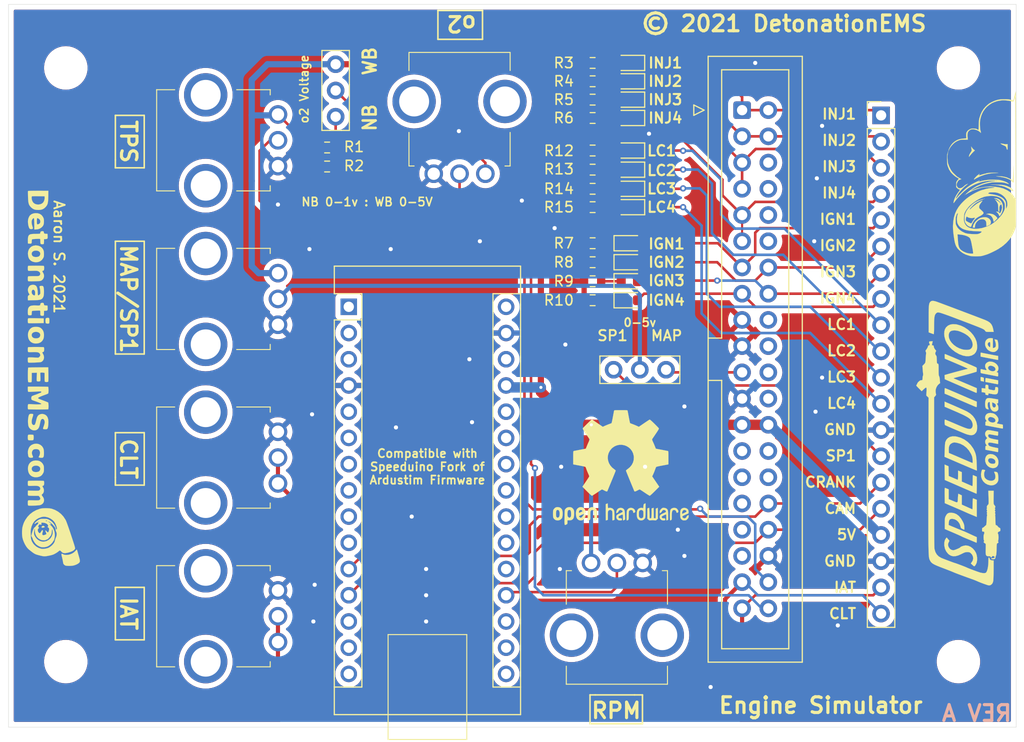
<source format=kicad_pcb>
(kicad_pcb (version 20211014) (generator pcbnew)
  (layers (0 "F.Cu" signal "Front") (31 "B.Cu" signal "Back") (34 "B.Paste" user) (35 "F.Paste" user) (36 "B.SilkS" user "B.Silkscreen") (37 "F.SilkS" user "F.Silkscreen") (38 "B.Mask" user) (39 "F.Mask" user) (44 "Edge.Cuts" user))
  (net 0 "")
  (net 1 "Net-(J1-Pad3)")
  (net 2 "o2-Voltage")
  (net 3 "+5V")
  (net 4 "INJ1")
  (net 5 "IGN2")
  (net 6 "CAM")
  (net 7 "TPS")
  (net 8 "IAT")
  (net 9 "IGN4")
  (net 10 "INJ4")
  (net 11 "INJ3")
  (net 12 "INJ2")
  (net 13 "IGN3")
  (net 14 "CRANK")
  (net 15 "o2")
  (net 16 "CLT")
  (net 17 "MAP")
  (net 18 "IGN1")
  (net 19 "MC-A0")
  (net 20 "SP1")
  (net 21 "GND")
  (net 22 "RV4")
  (net 23 "Net-(LED1-Pad2)")
  (net 24 "Net-(LED2-Pad2)")
  (net 25 "Net-(LED3-Pad2)")
  (net 26 "Net-(LED4-Pad2)")
  (net 27 "Net-(LED5-Pad1)")
  (net 28 "Net-(LED6-Pad1)")
  (net 29 "Net-(LED7-Pad1)")
  (net 30 "Net-(LED8-Pad1)")
  (net 31 "Net-(LED10-Pad2)")
  (net 32 "Net-(LED11-Pad2)")
  (net 33 "Net-(LED12-Pad2)")
  (net 34 "Net-(LED13-Pad2)")
  (net 35 "LC1")
  (net 36 "LC2")
  (net 37 "LC3")
  (net 38 "LC4")
  (net 60 "MC-D0")
  (net 63 "FLEX")
  (net 64 "FAN")
  (net 65 "FP")
  (net 66 "TACH")
  (net 67 "CLUTCH")
  (net 68 "VVT")
  (net 69 "IDLE")
  (net 70 "IDLE2")
  (net 71 "BOOST")
  (net 72 "1B")
  (net 73 "1A")
  (net 74 "2A")
  (net 75 "2B")
  (net 76 "VR1-")
  (net 77 "VR2-")
  (footprint "Resistor_SMD:R_0603_1608Metric" (layer "F.Cu") (at 118.1735 80.3275)
    (fp_text reference "R1")
    (fp_text value "470")
  )
  (footprint "Resistor_SMD:R_0603_1608Metric" (layer "F.Cu") (at 118.1735 82.169 180)
    (fp_text reference "R2")
    (fp_text value "100")
  )
  (footprint "MyLibs:RV09AF4020KB10K" (layer "F.Cu") (at 113.411 128.27 90)
    (fp_text reference "POT1" hide)
    (fp_text value "IAT" hide)
  )
  (footprint "MyLibs:RV09AF4020KB10K" (layer "F.Cu") (at 113.411 112.903 90)
    (fp_text reference "POT2" hide)
    (fp_text value "CLT" hide)
  )
  (footprint "MyLibs:RV09AF4020KB10K" (layer "F.Cu") (at 113.411 82.169 90)
    (fp_text reference "POT3" hide)
    (fp_text value "TPS" hide)
  )
  (footprint "MyLibs:RV09AF4020KB10K" (layer "F.Cu") (at 113.411 97.536 90)
    (fp_text reference "POT4" hide)
    (fp_text value "MAP/SP1" hide)
  )
  (footprint "MyLibs:RV09AF4020KB10K" (layer "F.Cu") (at 128.4605 82.8675)
    (fp_text reference "POT5" hide)
    (fp_text value "o2" hide)
  )
  (footprint "MyLibs:RV09AF4020KB10K" (layer "F.Cu") (at 148.7805 120.566 180)
    (fp_text reference "POT6" hide)
    (fp_text value "RPM" hide)
  )
  (footprint "LED_SMD:LED_0603_1608Metric" (layer "F.Cu") (at 147.447 72.136 180)
    (fp_text reference "LED1" hide)
    (fp_text value "INJ1")
  )
  (footprint "LED_SMD:LED_0603_1608Metric" (layer "F.Cu") (at 147.447 73.914 180)
    (fp_text reference "LED2" hide)
    (fp_text value "INJ2")
  )
  (footprint "LED_SMD:LED_0603_1608Metric" (layer "F.Cu") (at 147.447 75.692 180)
    (fp_text reference "LED3" hide)
    (fp_text value "INJ3")
  )
  (footprint "LED_SMD:LED_0603_1608Metric" (layer "F.Cu") (at 147.447 77.47 180)
    (fp_text reference "LED4" hide)
    (fp_text value "INJ4")
  )
  (footprint "LED_SMD:LED_0603_1608Metric" (layer "F.Cu") (at 147.447 89.5985)
    (fp_text reference "LED5" hide)
    (fp_text value "IGN1")
  )
  (footprint "LED_SMD:LED_0603_1608Metric" (layer "F.Cu") (at 147.447 91.44)
    (fp_text reference "LED6" hide)
    (fp_text value "IGN2")
  )
  (footprint "LED_SMD:LED_0603_1608Metric" (layer "F.Cu") (at 147.447 93.2815)
    (fp_text reference "LED7" hide)
    (fp_text value "IGN3")
  )
  (footprint "LED_SMD:LED_0603_1608Metric" (layer "F.Cu") (at 147.447 95.123)
    (fp_text reference "LED8" hide)
    (fp_text value "IGN4")
  )
  (footprint "LED_SMD:LED_0603_1608Metric" (layer "F.Cu") (at 147.447 80.6196 180)
    (fp_text reference "LED10" hide)
    (fp_text value "IDLE")
  )
  (footprint "LED_SMD:LED_0603_1608Metric" (layer "F.Cu") (at 147.447 82.4738 180)
    (fp_text reference "LED11" hide)
    (fp_text value "IDLE2")
  )
  (footprint "LED_SMD:LED_0603_1608Metric" (layer "F.Cu") (at 147.447 84.328 180)
    (fp_text reference "LED12" hide)
    (fp_text value "VVT")
  )
  (footprint "Resistor_SMD:R_0603_1608Metric" (layer "F.Cu") (at 143.891 72.136)
    (fp_text reference "R3")
    (fp_text value "330")
  )
  (footprint "Resistor_SMD:R_0603_1608Metric" (layer "F.Cu") (at 143.891 73.914)
    (fp_text reference "R4")
    (fp_text value "330")
  )
  (footprint "Resistor_SMD:R_0603_1608Metric" (layer "F.Cu") (at 143.891 75.692)
    (fp_text reference "R5")
    (fp_text value "330")
  )
  (footprint "Resistor_SMD:R_0603_1608Metric" (layer "F.Cu") (at 143.891 77.47)
    (fp_text reference "R6")
    (fp_text value "330")
  )
  (footprint "Resistor_SMD:R_0603_1608Metric" (layer "F.Cu") (at 143.891 89.5985)
    (fp_text reference "R7")
    (fp_text value "330")
  )
  (footprint "Resistor_SMD:R_0603_1608Metric" (layer "F.Cu") (at 143.891 91.44)
    (fp_text reference "R8")
    (fp_text value "330")
  )
  (footprint "Resistor_SMD:R_0603_1608Metric" (layer "F.Cu") (at 143.891 93.2815)
    (fp_text reference "R9")
    (fp_text value "330")
  )
  (footprint "Resistor_SMD:R_0603_1608Metric" (layer "F.Cu") (at 143.891 95.123)
    (fp_text reference "R10")
    (fp_text value "330")
  )
  (footprint "Resistor_SMD:R_0603_1608Metric" (layer "F.Cu") (at 143.891 80.6196)
    (fp_text reference "R12")
    (fp_text value "330")
  )
  (footprint "Resistor_SMD:R_0603_1608Metric" (layer "F.Cu") (at 143.891 82.4738)
    (fp_text reference "R13")
    (fp_text value "330")
  )
  (footprint "Resistor_SMD:R_0603_1608Metric" (layer "F.Cu") (at 143.891 84.328)
    (fp_text reference "R14")
    (fp_text value "330")
  )
  (footprint "Module:Arduino_Nano" (layer "F.Cu") (at 120.269 95.758)
    (fp_text reference "A1" hide)
    (fp_text value "Arduino_Nano_v3.x")
  )
  (footprint "Connector_PinHeader_2.54mm:PinHeader_1x20_P2.54mm_Vertical" (layer "F.Cu") (at 171.831 77.216)
    (fp_text reference "J6" hide)
    (fp_text value "Header")
  )
  (footprint "Connector_Automotive:IDC-Header_2x20_P2.54mm_Vertical_Speeduino" (layer "F.Cu") (at 158.369 76.708)
    (fp_text reference "J2" hide)
    (fp_text value "Conn_02x20_Counter_Clockwise" hide)
  )
  (footprint "Resistor_SMD:R_0603_1608Metric" (layer "F.Cu") (at 143.891 86.106)
    (fp_text reference "R15")
    (fp_text value "330")
  )
  (footprint "LED_SMD:LED_0603_1608Metric" (layer "F.Cu") (at 147.447 86.106 180)
    (fp_text reference "LED13" hide)
    (fp_text value "BOOST")
  )
  (footprint "Detonation:3-PinSwitch" (layer "F.Cu") (at 151.003 101.854 -90)
    (fp_text reference "J8" hide)
    (fp_text value "Conn_01x03")
  )
  (footprint "Detonation:3-PinSwitch" (layer "F.Cu") (at 118.999 72.263)
    (fp_text reference "J1" hide)
    (fp_text value "Conn_01x03")
  )
  (footprint "MountingHole:MountingHole_3.2mm_M3" (layer "F.Cu") (at 92.8624 72.6186 180)
    (fp_text reference "H1" hide)
    (fp_text value "MountingHole")
  )
  (footprint "MountingHole:MountingHole_3.2mm_M3" (layer "F.Cu") (at 179.324 72.6186 180)
    (fp_text reference "H2" hide)
    (fp_text value "MountingHole")
  )
  (footprint "MountingHole:MountingHole_3.2mm_M3" (layer "F.Cu") (at 179.324 130.1242 180)
    (fp_text reference "H4" hide)
    (fp_text value "MountingHole")
  )
  (footprint "MountingHole:MountingHole_3.2mm_M3" (layer "F.Cu") (at 92.8624 130.1242 180)
    (fp_text reference "H3" hide)
    (fp_text value "MountingHole")
  )
  (footprint "Detonation:TireSmoke-22mm" (layer "F.Cu") (at 181.532342 82.804 90)
    (fp_text reference "G1" hide)
    (fp_text value "Logo_Open_Hardware_Small" hide)
  )
  (footprint "Detonation:DetonationEMS" (layer "F.Cu") (at 91.44 102.6795 -90)
    (fp_text reference "G2" hide)
    (fp_text value "Logo_Open_Hardware_Small" hide)
  )
  (footprint "Detonation:SpeeduinoCompatible-30mm" (layer "F.Cu") (at 179.324 108.966 90)
    (fp_text reference "G3" hide)
    (fp_text value "Logo_Open_Hardware_Small" hide)
  )
  (footprint "Symbol:OSHW-Logo2_14.6x12mm_SilkScreen" (layer "F.Cu") (at 146.6215 111.3155)
    (fp_text reference "G4" hide)
    (fp_text value "Logo_Open_Hardware_Small" hide)
  )
  (gr_line (start 133.223 69.85) (end 132.715 69.85) (layer "F.SilkS") (width 0.1524))
  (gr_line (start 100.457 123.444) (end 100.457 127.254) (layer "F.SilkS") (width 0.1524))
  (gr_line (start 100.457 128.016) (end 97.663 128.016) (layer "F.SilkS") (width 0.1524))
  (gr_line (start 97.663 122.936) (end 100.457 122.936) (layer "F.SilkS") (width 0.1524))
  (gr_line (start 97.663 127.254) (end 97.663 122.936) (layer "F.SilkS") (width 0.1524))
  (gr_line (start 100.457 122.936) (end 100.457 123.444) (layer "F.SilkS") (width 0.1524))
  (gr_line (start 97.663 128.016) (end 97.663 127.254) (layer "F.SilkS") (width 0.1524))
  (gr_line (start 100.457 128.016) (end 100.457 127.254) (layer "F.SilkS") (width 0.1524))
  (gr_line (start 100.457 77.724) (end 100.457 81.534) (layer "F.SilkS") (width 0.1524))
  (gr_line (start 100.457 77.216) (end 100.457 77.724) (layer "F.SilkS") (width 0.1524))
  (gr_line (start 97.663 82.296) (end 97.663 81.534) (layer "F.SilkS") (width 0.1524))
  (gr_line (start 100.457 82.296) (end 100.457 81.534) (layer "F.SilkS") (width 0.1524))
  (gr_line (start 100.457 82.296) (end 97.663 82.296) (layer "F.SilkS") (width 0.1524))
  (gr_line (start 97.663 81.534) (end 97.663 77.216) (layer "F.SilkS") (width 0.1524))
  (gr_line (start 97.663 77.216) (end 100.457 77.216) (layer "F.SilkS") (width 0.1524))
  (gr_line (start 144.145 133.35) (end 147.955 133.35) (layer "F.SilkS") (width 0.1524))
  (gr_line (start 143.637 133.35) (end 144.145 133.35) (layer "F.SilkS") (width 0.1524))
  (gr_line (start 148.717 136.144) (end 147.955 136.144) (layer "F.SilkS") (width 0.1524))
  (gr_line (start 148.717 133.35) (end 147.955 133.35) (layer "F.SilkS") (width 0.1524))
  (gr_line (start 100.457 100.33) (end 97.663 100.33) (layer "F.SilkS") (width 0.1524))
  (gr_line (start 147.955 136.144) (end 143.637 136.144) (layer "F.SilkS") (width 0.1524))
  (gr_line (start 143.637 136.144) (end 143.637 133.35) (layer "F.SilkS") (width 0.1524))
  (gr_line (start 97.663 89.408) (end 97.663 100.33) (layer "F.SilkS") (width 0.1524))
  (gr_line (start 100.457 113.03) (end 97.663 113.03) (layer "F.SilkS") (width 0.1524))
  (gr_line (start 97.663 113.03) (end 97.663 112.268) (layer "F.SilkS") (width 0.1524))
  (gr_line (start 132.715 69.85) (end 128.905 69.85) (layer "F.SilkS") (width 0.1524))
  (gr_line (start 100.457 107.95) (end 100.457 108.458) (layer "F.SilkS") (width 0.1524))
  (gr_line (start 97.663 112.268) (end 97.663 107.95) (layer "F.SilkS") (width 0.1524))
  (gr_line (start 148.717 133.35) (end 148.717 136.144) (layer "F.SilkS") (width 0.1524))
  (gr_line (start 100.457 100.33) (end 100.457 89.408) (layer "F.SilkS") (width 0.1524))
  (gr_line (start 97.663 107.95) (end 100.457 107.95) (layer "F.SilkS") (width 0.1524))
  (gr_line (start 128.905 67.056) (end 133.223 67.056) (layer "F.SilkS") (width 0.1524))
  (gr_line (start 100.457 89.408) (end 97.663 89.408) (layer "F.SilkS") (width 0.1524))
  (gr_line (start 133.223 67.056) (end 133.223 69.85) (layer "F.SilkS") (width 0.1524))
  (gr_line (start 100.457 113.03) (end 100.457 112.268) (layer "F.SilkS") (width 0.1524))
  (gr_line (start 100.457 108.458) (end 100.457 112.268) (layer "F.SilkS") (width 0.1524))
  (gr_line (start 128.905 69.85) (end 128.905 67.056) (layer "F.SilkS") (width 0.1524))
  (gr_line (start 184.912 136.47) (end 184.912 66.47) (layer "Edge.Cuts") (width 0.0381))
  (gr_line (start 184.912 66.47) (end 87.3125 66.47) (layer "Edge.Cuts") (width 0.0381))
  (gr_line (start 87.3125 66.47) (end 87.3125 136.47) (layer "Edge.Cuts") (width 0.0381))
  (gr_line (start 87.3125 136.47) (end 184.912 136.47) (layer "Edge.Cuts") (width 0.0381))
  (gr_text "REV A" (at 181.102 135.128) (layer "B.SilkS") (effects (font (size 1.524 1.524) (thickness 0.3048)) (justify mirror)))
  (gr_text "IGN1" (at 167.648096 87.275736) (layer "F.SilkS") (effects (font (size 1 1) (thickness 0.2))))
  (gr_text "INJ4" (at 167.767143 84.729052) (layer "F.SilkS") (effects (font (size 1 1) (thickness 0.2))))
  (gr_text "IGN4" (at 167.648096 94.915788) (layer "F.SilkS") (effects (font (size 1 1) (thickness 0.2))))
  (gr_text "CAM" (at 167.886191 115.28926) (layer "F.SilkS") (effects (font (size 1 1) (thickness 0.2))))
  (gr_text "GND" (at 167.862381 120.382628) (layer "F.SilkS") (effects (font (size 1 1) (thickness 0.2))))
  (gr_text "5V" (at 168.481429 117.835944) (layer "F.SilkS") (effects (font (size 1 1) (thickness 0.2))))
  (gr_text "INJ2" (at 150.931476 73.914) (layer "F.SilkS") (effects (font (size 1 1) (thickness 0.2))))
  (gr_text "INJ4" (at 150.931476 77.47) (layer "F.SilkS") (effects (font (size 1 1) (thickness 0.2))))
  (gr_text "INJ3" (at 150.931476 75.692) (layer "F.SilkS") (effects (font (size 1 1) (thickness 0.2))))
  (gr_text "INJ1" (at 150.931476 72.136) (layer "F.SilkS") (effects (font (size 1 1) (thickness 0.2))))
  (gr_text "IGN3" (at 151.050523 93.218) (layer "F.SilkS") (effects (font (size 1 1) (thickness 0.2))))
  (gr_text "IGN2" (at 151.050523 91.44) (layer "F.SilkS") (effects (font (size 1 1) (thickness 0.2))))
  (gr_text "IGN4" (at 151.050523 95.123) (layer "F.SilkS") (effects (font (size 1 1) (thickness 0.2))))
  (gr_text "IGN1" (at 151.050523 89.662) (layer "F.SilkS") (effects (font (size 1 1) (thickness 0.2))))
  (gr_text "LC4" (at 150.57419 86.106) (layer "F.SilkS") (effects (font (size 1 1) (thickness 0.2))))
  (gr_text "LC1" (at 150.57419 80.645) (layer "F.SilkS") (effects (font (size 1 1) (thickness 0.2))))
  (gr_text "LC2" (at 150.57419 82.55) (layer "F.SilkS") (effects (font (size 1 1) (thickness 0.2))))
  (gr_text "LC3" (at 150.57419 84.328) (layer "F.SilkS") (effects (font (size 1 1) (thickness 0.2))))
  (gr_text "MAP/SP1" (at 98.933 94.996 270) (layer "F.SilkS") (effects (font (size 1.5 1.5) (thickness 0.3))))
  (gr_text "CLT" (at 98.933 110.49 270) (layer "F.SilkS") (effects (font (size 1.5 1.5) (thickness 0.3))))
  (gr_text "RPM" (at 146.177 134.874) (layer "F.SilkS") (effects (font (size 1.5 1.5) (thickness 0.3))))
  (gr_text "CLT" (at 168.100476 125.476) (layer "F.SilkS") (effects (font (size 1 1) (thickness 0.2))))
  (gr_text "IAT" (at 168.338572 122.929312) (layer "F.SilkS") (effects (font (size 1 1) (thickness 0.2))))
  (gr_text "INJ1" (at 167.767143 77.089) (layer "F.SilkS") (effects (font (size 1 1) (thickness 0.2))))
  (gr_text "LC4" (at 168.005238 105.102524) (layer "F.SilkS") (effects (font (size 1 1) (thickness 0.2))))
  (gr_text "INJ2" (at 167.767143 79.635684) (layer "F.SilkS") (effects (font (size 1 1) (thickness 0.2))))
  (gr_text "SP1" (at 167.93381 110.195892) (layer "F.SilkS") (effects (font (size 1 1) (thickness 0.2))))
  (gr_text "IGN3" (at 167.648096 92.369104) (layer "F.SilkS") (effects (font (size 1 1) (thickness 0.2))))
  (gr_text "Aaron S. 2021" (at 92.202 90.932 270) (layer "F.SilkS") (effects (font (size 1 1) (thickness 0.18))))
  (gr_text "CRANK" (at 166.93381 112.742576) (layer "F.SilkS") (effects (font (size 1 1) (thickness 0.2))))
  (gr_text "SP1   MAP" (at 148.463 98.552) (layer "F.SilkS") (effects (font (size 1 1) (thickness 0.18))))
  (gr_text "NB   WB" (at 122.301 74.676 90) (layer "F.SilkS") (effects (font (size 1.25 1.25) (thickness 0.25))))
  (gr_text "TPS" (at 98.933 79.756 270) (layer "F.SilkS") (effects (font (size 1.5 1.5) (thickness 0.3))))
  (gr_text "Engine Simulator" (at 165.989 134.366) (layer "F.SilkS") (effects (font (size 1.524 1.524) (thickness 0.3048))))
  (gr_text "0-5v" (at 148.463 97.282) (layer "F.SilkS") (effects (font (size 0.8 0.8) (thickness 0.16))))
  (gr_text "o2 Voltage" (at 115.951 74.676 90) (layer "F.SilkS") (effects (font (size 0.8128 0.8128) (thickness 0.1524))))
  (gr_text "IGN2" (at 167.648096 89.82242) (layer "F.SilkS") (effects (font (size 1 1) (thickness 0.2))))
  (gr_text "Compatible with\nSpeeduino Fork of\nArdustim Firmware" (at 127.889 111.252) (layer "F.SilkS") (effects (font (size 0.8 0.8) (thickness 0.16))))
  (gr_text "o2" (at 131.191 68.326 180) (layer "F.SilkS") (effects (font (size 1.5 1.5) (thickness 0.3))))
  (gr_text "GND" (at 167.862381 107.649208) (layer "F.SilkS") (effects (font (size 1 1) (thickness 0.2))))
  (gr_text "INJ3" (at 167.767143 82.182368) (layer "F.SilkS") (effects (font (size 1 1) (thickness 0.2))))
  (gr_text "LC3" (at 168.005238 102.55584) (layer "F.SilkS") (effects (font (size 1 1) (thickness 0.2))))
  (gr_text "LC2" (at 168.005238 100.009156) (layer "F.SilkS") (effects (font (size 1 1) (thickness 0.2))))
  (gr_text "IAT" (at 98.933 125.476 270) (layer "F.SilkS") (effects (font (size 1.5 1.5) (thickness 0.3))))
  (gr_text "NB 0-1v : WB 0-5V" (at 122.047 85.598) (layer "F.SilkS") (effects (font (size 0.8128 0.8128) (thickness 0.1524))))
  (gr_text "LC1" (at 168.005238 97.462472) (layer "F.SilkS") (effects (font (size 1 1) (thickness 0.2))))
  (gr_text "© 2021 DetonationEMS" (at 162.433 68.326) (layer "F.SilkS") (effects (font (size 1.524 1.524) (thickness 0.3048))))
  (segment (start 118.9985 80.3275) (end 118.9985 77.3435) (width 0.25) (layer "F.Cu") (net 1))
  (segment (start 118.9985 77.3435) (end 118.999 77.343) (width 0.25) (layer "F.Cu") (net 1))
  (segment (start 118.9985 82.169) (end 118.9985 80.3275) (width 0.25) (layer "F.Cu") (net 1))
  (segment (start 133.5005 82.8675) (end 133.5005 81.8115) (width 0.25) (layer "F.Cu") (net 2))
  (segment (start 132.842 81.153) (end 125.349 81.153) (width 0.25) (layer "F.Cu") (net 2))
  (segment (start 125.349 81.153) (end 118.999 74.803) (width 0.25) (layer "F.Cu") (net 2))
  (segment (start 133.5005 82.8675) (end 133.5005 82.3195) (width 0.25) (layer "F.Cu") (net 2))
  (segment (start 133.5005 81.8115) (end 132.842 81.153) (width 0.25) (layer "F.Cu") (net 2))
  (segment (start 143.764 107.188) (end 142.069002 107.188) (width 1) (layer "F.Cu") (net 3))
  (segment (start 143.066 82.4738) (end 143.066 80.6196) (width 0.4) (layer "F.Cu") (net 3))
  (segment (start 119.126 72.136) (end 118.999 72.263) (width 0.4) (layer "F.Cu") (net 3))
  (segment (start 121.666 72.263) (end 118.999 72.263) (width 0.6) (layer "F.Cu") (net 3))
  (segment (start 143.066 86.106) (end 143.066 84.328) (width 0.4) (layer "F.Cu") (net 3))
  (segment (start 142.069002 107.188) (end 138.87801 103.997008) (width 1) (layer "F.Cu") (net 3))
  (segment (start 118.999 72.7456) (end 118.999 72.263) (width 0.4) (layer "F.Cu") (net 3))
  (segment (start 143.066 84.328) (end 143.066 82.4738) (width 0.4) (layer "F.Cu") (net 3))
  (segment (start 137.922 80.391) (end 125.73 80.391) (width 0.6) (layer "F.Cu") (net 3))
  (segment (start 139.0142 86.106) (end 143.066 86.106) (width 0.4) (layer "F.Cu") (net 3))
  (segment (start 143.066 77.47) (end 143.066 75.692) (width 0.4) (layer "F.Cu") (net 3))
  (segment (start 122.809 73.406) (end 121.666 72.263) (width 0.6) (layer "F.Cu") (net 3))
  (segment (start 143.066 73.914) (end 143.066 72.136) (width 0.4) (layer "F.Cu") (net 3))
  (segment (start 138.87801 81.34701) (end 137.922 80.391) (width 0.6) (layer "F.Cu") (net 3))
  (segment (start 117.3485 80.3275) (end 116.6095 80.3275) (width 0.25) (layer "F.Cu") (net 3))
  (segment (start 138.87801 103.56499) (end 138.87801 86.24219) (width 0.6) (layer "F.Cu") (net 3))
  (segment (start 143.066 75.692) (end 143.066 73.914) (width 0.4) (layer "F.Cu") (net 3))
  (segment (start 158.369 107.188) (end 143.764 107.188) (width 1) (layer "F.Cu") (net 3))
  (segment (start 138.87801 103.997008) (end 138.87801 103.56499) (width 1) (layer "F.Cu") (net 3))
  (segment (start 125.73 80.391) (end 122.809 77.47) (width 0.6) (layer "F.Cu") (net 3))
  (segment (start 138.87801 86.24219) (end 139.0142 86.106) (width 0.4) (layer "F.Cu") (net 3))
  (segment (start 138.87801 86.24219) (end 138.87801 81.34701) (width 0.6) (layer "F.Cu") (net 3))
  (segment (start 122.809 77.47) (end 122.809 73.406) (width 0.6) (layer "F.Cu") (net 3))
  (segment (start 116.6095 80.3275) (end 113.411 77.129) (width 0.25) (layer "F.Cu") (net 3))
  (segment (start 143.066 77.47) (end 143.066 80.6196) (width 0.4) (layer "F.Cu") (net 3))
  (segment (start 118.999 72.263) (end 118.999 72.39) (width 0.6) (layer "F.Cu") (net 3))
  (segment (start 160.909 107.188) (end 158.369 107.188) (width 1) (layer "F.Cu") (net 3))
  (via (at 138.87801 103.56499) (size 0.6) (drill 0.3) (layers "F.Cu" "B.Cu") (net 3))
  (via (at 143.764 107.188) (size 0.6) (drill 0.3) (layers "F.Cu" "B.Cu") (net 3))
  (segment (start 138.87801 103.56499) (end 135.69599 103.56499) (width 1) (layer "B.Cu") (net 3))
  (segment (start 118.999 72.263) (end 112.395 72.263) (width 0.6) (layer "B.Cu") (net 3))
  (segment (start 112.395 72.263) (end 110.871 73.787) (width 0.6) (layer "B.Cu") (net 3))
  (segment (start 110.871 83.566) (end 110.871 91.821) (width 0.6) (layer "B.Cu") (net 3))
  (segment (start 160.909 107.188) (end 161.036 107.188) (width 1) (layer "B.Cu") (net 3))
  (segment (start 111.546 92.496) (end 113.411 92.496) (width 0.6) (layer "B.Cu") (net 3))
  (segment (start 143.7405 120.566) (end 143.7405 107.1645) (width 0.4) (layer "B.Cu") (net 3))
  (segment (start 110.871 77.216) (end 113.324 77.216) (width 0.6) (layer "B.Cu") (net 3))
  (segment (start 113.324 77.216) (end 113.411 77.129) (width 0.25) (layer "B.Cu") (net 3))
  (segment (start 110.871 83.566) (end 110.871 83.82) (width 0.4) (layer "B.Cu") (net 3))
  (segment (start 110.871 91.821) (end 111.546 92.496) (width 0.6) (layer "B.Cu") (net 3))
  (segment (start 135.69599 103.56499) (end 135.509 103.378) (width 0.6) (layer "B.Cu") (net 3))
  (segment (start 110.871 73.787) (end 110.871 77.216) (width 0.6) (layer "B.Cu") (net 3))
  (segment (start 161.036 107.188) (end 171.704 117.856) (width 1) (layer "B.Cu") (net 3))
  (segment (start 110.871 77.216) (end 110.871 83.566) (width 0.6) (layer "B.Cu") (net 3))
  (segment (start 171.704 117.856) (end 171.831 117.856) (width 1) (layer "B.Cu") (net 3))
  (segment (start 158.369 76.708) (end 158.369 75.438) (width 0.25) (layer "F.Cu") (net 4))
  (segment (start 148.2755 72.177) (end 148.2345 72.136) (width 0.4) (layer "F.Cu") (net 4))
  (segment (start 160.909 76.708) (end 171.323 76.708) (width 0.25) (layer "F.Cu") (net 4))
  (segment (start 158.369 75.438) (end 155.067 72.136) (width 0.25) (layer "F.Cu") (net 4))
  (segment (start 171.323 76.708) (end 171.831 77.216) (width 0.25) (layer "F.Cu") (net 4))
  (segment (start 171.3865 76.7715) (end 171.831 77.216) (width 0.25) (layer "F.Cu") (net 4))
  (segment (start 155.067 72.136) (end 148.2345 72.136) (width 0.25) (layer "F.Cu") (net 4))
  (segment (start 158.369 76.708) (end 160.909 76.708) (width 0.25) (layer "F.Cu") (net 4))
  (segment (start 169.799 91.948) (end 171.831 89.916) (width 0.25) (layer "F.Cu") (net 5))
  (segment (start 160.909 91.948) (end 159.639 93.218) (width 0.25) (layer "F.Cu") (net 5))
  (segment (start 159.639 93.218) (end 157.734 93.218) (width 0.25) (layer "F.Cu") (net 5))
  (segment (start 157.734 93.218) (end 155.956 91.44) (width 0.25) (layer "F.Cu") (net 5))
  (segment (start 155.956 91.44) (end 148.2345 91.44) (width 0.25) (layer "F.Cu") (net 5))
  (segment (start 160.909 91.948) (end 169.799 91.948) (width 0.25) (layer "F.Cu") (net 5))
  (segment (start 160.909 117.348) (end 169.799 117.348) (width 0.25) (layer "F.Cu") (net 6))
  (segment (start 138.303001 121.869199) (end 137.649201 122.522999) (width 0.25) (layer "F.Cu") (net 6))
  (segment (start 137.649201 122.522999) (end 121.444001 122.522999) (width 0.25) (layer "F.Cu") (net 6))
  (segment (start 159.639 118.618) (end 139.192 118.618) (width 0.25) (layer "F.Cu") (net 6))
  (segment (start 160.909 117.348) (end 159.639 118.618) (width 0.25) (layer "F.Cu") (net 6))
  (segment (start 139.192 118.618) (end 138.303001 119.506999) (width 0.25) (layer "F.Cu") (net 6))
  (segment (start 121.444001 122.522999) (end 120.269 123.698) (width 0.25) (layer "F.Cu") (net 6))
  (segment (start 138.303001 119.506999) (end 138.303001 121.869199) (width 0.25) (layer "F.Cu") (net 6))
  (segment (start 169.799 117.348) (end 171.831 115.316) (width 0.25) (layer "F.Cu") (net 6))
  (segment (start 137.287 114.554) (end 137.287 88.138) (width 0.25) (layer "F.Cu") (net 7))
  (segment (start 154.305 115.316) (end 154.2415 115.3795) (width 0.25) (layer "F.Cu") (net 7))
  (segment (start 136.271 87.122) (end 113.284 87.122) (width 0.25) (layer "F.Cu") (net 7))
  (segment (start 154.2415 115.3795) (end 138.1125 115.3795) (width 0.25) (layer "F.Cu") (net 7))
  (segment (start 111.633 85.471) (end 111.633 80.645) (width 0.25) (layer "F.Cu") (net 7))
  (segment (start 138.1125 115.3795) (end 137.287 114.554) (width 0.25) (layer "F.Cu") (net 7))
  (segment (start 137.287 88.138) (end 136.271 87.122) (width 0.25) (layer "F.Cu") (net 7))
  (segment (start 112.649 79.629) (end 113.411 79.629) (width 0.25) (layer "F.Cu") (net 7))
  (segment (start 111.633 80.645) (end 112.649 79.629) (width 0.25) (layer "F.Cu") (net 7))
  (segment (start 113.284 87.122) (end 111.633 85.471) (width 0.25) (layer "F.Cu") (net 7))
  (via (at 154.305 115.316) (size 0.6) (drill 0.3) (layers "F.Cu" "B.Cu") (net 7))
  (segment (start 159.639 116.804998) (end 158.912002 116.078) (width 0.25) (layer "B.Cu") (net 7))
  (segment (start 155.067 116.078) (end 154.305 115.316) (width 0.25) (layer "B.Cu") (net 7))
  (segment (start 158.912002 116.078) (end 155.067 116.078) (width 0.25) (layer "B.Cu") (net 7))
  (segment (start 159.639 121.158) (end 159.639 116.804998) (width 0.25) (layer "B.Cu") (net 7))
  (segment (start 160.909 122.428) (end 159.639 121.158) (width 0.25) (layer "B.Cu") (net 7))
  (segment (start 171.069 123.698) (end 171.831 122.936) (width 0.25) (layer "F.Cu") (net 8))
  (segment (start 158.369 124.968) (end 158.369 134.493) (width 0.4) (layer "F.Cu") (net 8))
  (segment (start 113.411 128.23) (end 113.411 125.73) (width 0.4) (layer "F.Cu") (net 8))
  (segment (start 157.48 135.382) (end 114.3 135.382) (width 0.4) (layer "F.Cu") (net 8))
  (segment (start 158.369 124.968) (end 159.639 123.698) (width 0.25) (layer "F.Cu") (net 8))
  (segment (start 113.411 134.493) (end 113.411 128.23) (width 0.4) (layer "F.Cu") (net 8))
  (segment (start 114.3 135.382) (end 113.411 134.493) (width 0.4) (layer "F.Cu") (net 8))
  (segment (start 159.639 123.698) (end 171.069 123.698) (width 0.25) (layer "F.Cu") (net 8))
  (segment (start 158.369 134.493) (end 157.48 135.382) (width 0.4) (layer "F.Cu") (net 8))
  (segment (start 158.369 94.488) (end 148.8695 94.488) (width 0.25) (layer "F.Cu") (net 9))
  (segment (start 158.369 94.488) (end 159.639 95.758) (width 0.25) (layer "F.Cu") (net 9))
  (segment (start 159.639 95.758) (end 171.069 95.758) (width 0.25) (layer "F.Cu") (net 9))
  (segment (start 171.069 95.758) (end 171.831 94.996) (width 0.25) (layer "F.Cu") (net 9))
  (segment (start 148.8695 94.488) (end 148.2345 95.123) (width 0.25) (layer "F.Cu") (net 9))
  (segment (start 156.464 83.439) (end 150.495 77.47) (width 0.25) (layer "F.Cu") (net 10))
  (segment (start 156.464 84.963) (end 156.464 83.439) (width 0.25) (layer "F.Cu") (net 10))
  (segment (start 150.495 77.47) (end 148.2345 77.47) (width 0.25) (layer "F.Cu") (net 10))
  (segment (start 158.369 86.868) (end 158.369 89.408) (width 0.2) (layer "F.Cu") (net 10))
  (segment (start 158.369 86.868) (end 159.639 85.598) (width 0.25) (layer "F.Cu") (net 10))
  (segment (start 159.639 85.598) (end 171.069 85.598) (width 0.25) (layer "F.Cu") (net 10))
  (segment (start 171.069 85.598) (end 171.831 84.836) (width 0.25) (layer "F.Cu") (net 10))
  (segment (start 158.369 86.868) (end 156.464 84.963) (width 0.25) (layer "F.Cu") (net 10))
  (segment (start 170.008001 80.473001) (end 171.831 82.296) (width 0.25) (layer "F.Cu") (net 11))
  (segment (start 158.369 81.788) (end 158.369 84.328) (width 0.25) (layer "F.Cu") (net 11))
  (segment (start 159.639 80.518) (end 159.4485 80.7085) (width 0.25) (layer "F.Cu") (net 11))
  (segment (start 148.2905 75.748) (end 148.2345 75.692) (width 0.4) (layer "F.Cu") (net 11))
  (segment (start 152.273 75.692) (end 148.2345 75.692) (width 0.25) (layer "F.Cu") (net 11))
  (segment (start 159.4485 80.7085) (end 158.369 81.788) (width 0.25) (layer "F.Cu") (net 11))
  (segment (start 159.4485 80.7085) (end 159.683999 80.473001) (width 0.25) (layer "F.Cu") (net 11))
  (segment (start 159.683999 80.473001) (end 170.008001 80.473001) (width 0.25) (layer "F.Cu") (net 11))
  (segment (start 158.369 81.788) (end 152.273 75.692) (width 0.25) (layer "F.Cu") (net 11))
  (segment (start 160.909 79.248) (end 171.323 79.248) (width 0.25) (layer "F.Cu") (net 12))
  (segment (start 160.909 79.248) (end 158.369 79.248) (width 0.25) (layer "F.Cu") (net 12))
  (segment (start 153.035 73.914) (end 158.369 79.248) (width 0.25) (layer "F.Cu") (net 12))
  (segment (start 171.323 79.248) (end 171.831 79.756) (width 0.25) (layer "F.Cu") (net 12))
  (segment (start 148.2345 73.914) (end 153.035 73.914) (width 0.25) (layer "F.Cu") (net 12))
  (segment (start 160.909 94.488) (end 169.799 94.488) (width 0.25) (layer "F.Cu") (net 13))
  (segment (start 148.298 93.218) (end 148.2345 93.2815) (width 0.25) (layer "F.Cu") (net 13))
  (segment (start 155.956 93.218) (end 148.298 93.218) (width 0.25) (layer "F.Cu") (net 13))
  (segment (start 169.799 94.488) (end 171.831 92.456) (width 0.25) (layer "F.Cu") (net 13))
  (segment (start 148.242 93.274) (end 148.2345 93.2815) (width 0.4) (layer "F.Cu") (net 13))
  (via (at 155.956 93.218) (size 0.6) (drill 0.3) (layers "F.Cu" "B.Cu") (net 13))
  (segment (start 159.639 93.218) (end 155.956 93.218) (width 0.25) (layer "B.Cu") (net 13))
  (segment (start 160.909 94.488) (end 159.639 93.218) (width 0.25) (layer "B.Cu") (net 13))
  (segment (start 120.269 121.158) (end 121.539 119.888) (width 0.25) (layer "F.Cu") (net 14))
  (segment (start 138.6586 116.078) (end 159.639 116.078) (width 0.25) (layer "F.Cu") (net 14))
  (segment (start 137.80299 119.52441) (end 137.80299 116.93361) (width 0.25) (layer "F.Cu") (net 14))
  (segment (start 137.4394 119.888) (end 137.80299 119.52441) (width 0.25) (layer "F.Cu") (net 14))
  (segment (start 159.639 116.078) (end 160.909 114.808) (width 0.25) (layer "F.Cu") (net 14))
  (segment (start 160.909 114.808) (end 169.799 114.808) (width 0.25) (layer "F.Cu") (net 14))
  (segment (start 137.80299 116.93361) (end 138.6586 116.078) (width 0.25) (layer "F.Cu") (net 14))
  (segment (start 160.909 114.808) (end 160.8074 114.808) (width 0.25) (layer "F.Cu") (net 14))
  (segment (start 121.539 119.888) (end 137.4394 119.888) (width 0.25) (layer "F.Cu") (net 14))
  (segment (start 169.799 114.808) (end 171.831 112.776) (width 0.25) (layer "F.Cu") (net 14))
  (segment (start 131.0005 85.9155) (end 131.0005 82.8675) (width 0.25) (layer "F.Cu") (net 15))
  (segment (start 137.922 110.998) (end 137.922 88.011) (width 0.25) (layer "F.Cu") (net 15))
  (segment (start 136.525 86.614) (end 131.699 86.614) (width 0.25) (layer "F.Cu") (net 15))
  (segment (start 138.303 111.379) (end 137.922 110.998) (width 0.25) (layer "F.Cu") (net 15))
  (segment (start 131.699 86.614) (end 131.0005 85.9155) (width 0.25) (layer "F.Cu") (net 15))
  (segment (start 137.922 88.011) (end 136.525 86.614) (width 0.25) (layer "F.Cu") (net 15))
  (via (at 138.303 111.379) (size 0.6) (drill 0.3) (layers "F.Cu" "B.Cu") (net 15))
  (segment (start 138.303 122.8725) (end 138.303 111.379) (width 0.25) (layer "B.Cu") (net 15))
  (segment (start 139.1285 123.698) (end 138.303 122.8725) (width 0.25) (layer "B.Cu") (net 15))
  (segment (start 160.909 124.968) (end 160.274 124.968) (width 0.25) (layer "B.Cu") (net 15))
  (segment (start 160.274 124.968) (end 159.004 123.698) (width 0.25) (layer "B.Cu") (net 15))
  (segment (start 159.004 123.698) (end 139.1285 123.698) (width 0.25) (layer "B.Cu") (net 15))
  (segment (start 156.09801 134.73199) (end 115.93599 134.73199) (width 0.4) (layer "F.Cu") (net 16))
  (segment (start 113.411 110.363) (end 113.411 112.863) (width 0.4) (layer "F.Cu") (net 16))
  (segment (start 156.718 124.079) (end 156.718 134.112) (width 0.4) (layer "F.Cu") (net 16))
  (segment (start 115.316 134.112) (end 115.316 114.768) (width 0.4) (layer "F.Cu") (net 16))
  (segment (start 115.316 114.768) (end 113.411 112.863) (width 0.4) (layer "F.Cu") (net 16))
  (segment (start 156.718 134.112) (end 156.09801 134.73199) (width 0.4) (layer "F.Cu") (net 16))
  (segment (start 115.93599 134.73199) (end 115.316 134.112) (width 0.4) (layer "F.Cu") (net 16))
  (segment (start 158.369 122.428) (end 156.718 124.079) (width 0.4) (layer "F.Cu") (net 16))
  (segment (start 170.053 123.698) (end 171.831 125.476) (width 0.25) (layer "B.Cu") (net 16))
  (segment (start 158.369 122.428) (end 158.623 122.428) (width 0.25) (layer "B.Cu") (net 16))
  (segment (start 159.893 123.698) (end 170.053 123.698) (width 0.25) (layer "B.Cu") (net 16))
  (segment (start 158.623 122.428) (end 159.893 123.698) (width 0.25) (layer "B.Cu") (net 16))
  (segment (start 158.369 102.108) (end 151.257 102.108) (width 0.25) (layer "F.Cu") (net 17))
  (segment (start 151.257 102.108) (end 151.003 101.854) (width 0.25) (layer "F.Cu") (net 17))
  (segment (start 159.639 88.5825) (end 160.0835 88.138) (width 0.25) (layer "F.Cu") (net 18))
  (segment (start 159.639 90.678) (end 159.639 88.5825) (width 0.25) (layer "F.Cu") (net 18))
  (segment (start 158.369 91.948) (end 159.639 90.678) (width 0.25) (layer "F.Cu") (net 18))
  (segment (start 148.2345 89.5985) (end 156.0195 89.5985) (width 0.25) (layer "F.Cu") (net 18))
  (segment (start 156.0195 89.5985) (end 158.369 91.948) (width 0.25) (layer "F.Cu") (net 18))
  (segment (start 171.069 88.138) (end 171.831 87.376) (width 0.25) (layer "F.Cu") (net 18))
  (segment (start 160.0835 88.138) (end 171.069 88.138) (width 0.25) (layer "F.Cu") (net 18))
  (segment (start 148.257 89.576) (end 148.2345 89.5985) (width 0.4) (layer "F.Cu") (net 18))
  (segment (start 145.7198 123.3932) (end 135.8138 123.3932) (width 0.25) (layer "F.Cu") (net 19))
  (segment (start 135.8138 123.3932) (end 135.509 123.698) (width 0.25) (layer "F.Cu") (net 19))
  (segment (start 146.2405 122.8725) (end 145.7198 123.3932) (width 0.25) (layer "F.Cu") (net 19))
  (segment (start 146.2405 120.566) (end 146.2405 122.8725) (width 0.25) (layer "F.Cu") (net 19))
  (segment (start 147.447 103.378) (end 164.973 103.378) (width 0.25) (layer "F.Cu") (net 20))
  (segment (start 145.923 101.854) (end 147.447 103.378) (width 0.25) (layer "F.Cu") (net 20))
  (segment (start 164.973 103.378) (end 171.831 110.236) (width 0.25) (layer "F.Cu") (net 20))
  (segment (start 128.437 82.931) (end 128.5005 82.8675) (width 0.25) (layer "F.Cu") (net 21))
  (via (at 127.762 123.698) (size 0.9) (drill 0.4) (layers "F.Cu" "B.Cu") (net 21))
  (via (at 152.781 119.888) (size 0.9) (drill 0.4) (layers "F.Cu" "B.Cu") (net 21))
  (via (at 152.781 105.41) (size 0.9) (drill 0.4) (layers "F.Cu" "B.Cu") (net 21))
  (via (at 116.967 122.682) (size 0.9) (drill 0.4) (layers "F.Cu" "B.Cu") (net 21))
  (via (at 149.352 78.994) (size 0.9) (drill 0.4) (layers "F.Cu" "B.Cu") (net 21))
  (via (at 166.116 78.232) (size 0.9) (drill 0.4) (layers "F.Cu" "B.Cu") (net 21))
  (via (at 113.411 85.852) (size 0.9) (drill 0.4) (layers "F.Cu" "B.Cu") (net 21))
  (via (at 126.365 116.078) (size 0.9) (drill 0.4) (layers "F.Cu" "B.Cu") (net 21))
  (via (at 155.321 132.588) (size 0.9) (drill 0.4) (layers "F.Cu" "B.Cu") (net 21))
  (via (at 137.033 85.471) (size 0.9) (drill 0.4) (layers "F.Cu" "B.Cu") (net 21))
  (via (at 124.841 107.442) (size 0.9) (drill 0.4) (layers "F.Cu" "B.Cu") (net 21))
  (via (at 116.459 90.17) (size 0.9) (drill 0.4) (layers "F.Cu" "B.Cu") (net 21))
  (via (at 165.354 89.408) (size 0.9) (drill 0.4) (layers "F.Cu" "B.Cu") (net 21))
  (via (at 130.937 78.74) (size 0.9) (drill 0.4) (layers "F.Cu" "B.Cu") (net 21))
  (via (at 140.843 111.252) (size 0.9) (drill 0.4) (layers "F.Cu" "B.Cu") (net 21))
  (via (at 152.146 117.348) (size 0.9) (drill 0.4) (layers "F.Cu" "B.Cu") (net 21))
  (via (at 127.762 126.238) (size 0.9) (drill 0.4) (layers "F.Cu" "B.Cu") (net 21))
  (via (at 165.481 105.918) (size 0.9) (drill 0.4) (layers "F.Cu" "B.Cu") (net 21))
  (via (at 124.333 90.17) (size 0.9) (drill 0.4) (layers "F.Cu" "B.Cu") (net 21))
  (via (at 131.953 100.838) (size 0.9) (drill 0.4) (layers "F.Cu" "B.Cu") (net 21))
  (via (at 166.116 102.616) (size 0.9) (drill 0.4) (layers "F.Cu" "B.Cu") (net 21))
  (via (at 116.713 106.172) (size 0.9) (drill 0.4) (layers "F.Cu" "B.Cu") (net 21))
  (via (at 141.2494 99.4156) (size 0.9) (drill 0.4) (layers "F.Cu" "B.Cu") (net 21))
  (via (at 132.969 89.408) (size 0.9) (drill 0.4) (layers "F.Cu" "B.Cu") (net 21))
  (via (at 116.84 126.238) (size 0.9) (drill 0.4) (layers "F.Cu" "B.Cu") (net 21))
  (via (at 132.207 106.934) (size 0.9) (drill 0.4) (layers "F.Cu" "B.Cu") (net 21))
  (via (at 167.64 126.619) (size 0.9) (drill 0.4) (layers "F.Cu" "B.Cu") (net 21))
  (via (at 127.762 121.158) (size 0.9) (drill 0.4) (layers "F.Cu" "B.Cu") (net 21))
  (via (at 148.971 111.252) (size 0.9) (drill 0.4) (layers "F.Cu" "B.Cu") (net 21))
  (via (at 159.639 72.136) (size 0.9) (drill 0.4) (layers "F.Cu" "B.Cu") (net 21))
  (via (at 165.608 83.312) (size 0.9) (drill 0.4) (layers "F.Cu" "B.Cu") (net 21))
  (via (at 140.716 121.158) (size 0.9) (drill 0.4) (layers "F.Cu" "B.Cu") (net 21))
  (via (at 140.208 88.138) (size 0.9) (drill 0.4) (layers "F.Cu" "B.Cu") (net 21))
  (segment (start 113.859001 97.047999) (end 113.411 97.496) (width 0.4) (layer "B.Cu") (net 21))
  (segment (start 113.665 97.028) (end 113.411 96.774) (width 0.25) (layer "B.Cu") (net 21))
  (segment (start 148.463 101.854) (end 148.463 94.615) (width 0.4) (layer "B.Cu") (net 22))
  (segment (start 147.574 93.726) (end 114.681 93.726) (width 0.4) (layer "B.Cu") (net 22))
  (segment (start 148.463 94.615) (end 147.574 93.726) (width 0.4) (layer "B.Cu") (net 22))
  (segment (start 114.681 93.726) (end 113.411 94.996) (width 0.4) (layer "B.Cu") (net 22))
  (segment (start 144.716 72.136) (end 146.6595 72.136) (width 0.2) (layer "F.Cu") (net 23))
  (segment (start 146.6595 73.914) (end 144.716 73.914) (width 0.2) (layer "F.Cu") (net 24))
  (segment (start 144.716 75.692) (end 146.6595 75.692) (width 0.2) (layer "F.Cu") (net 25))
  (segment (start 146.6595 77.47) (end 144.716 77.47) (width 0.2) (layer "F.Cu") (net 26))
  (segment (start 146.6595 89.5985) (end 144.716 89.5985) (width 0.25) (layer "F.Cu") (net 27))
  (segment (start 146.6595 91.44) (end 144.716 91.44) (width 0.25) (layer "F.Cu") (net 28))
  (segment (start 146.6595 93.2815) (end 144.716 93.2815) (width 0.25) (layer "F.Cu") (net 29))
  (segment (start 146.6595 95.123) (end 144.716 95.123) (width 0.25) (layer "F.Cu") (net 30))
  (segment (start 146.6595 80.6196) (end 144.716 80.6196) (width 0.25) (layer "F.Cu") (net 31))
  (segment (start 146.6595 82.4738) (end 144.716 82.4738) (width 0.25) (layer "F.Cu") (net 32))
  (segment (start 144.716 84.328) (end 146.6595 84.328) (width 0.25) (layer "F.Cu") (net 33))
  (segment (start 144.716 86.106) (end 146.6595 86.106) (width 0.25) (layer "F.Cu") (net 34))
  (segment (start 152.6286 80.6196) (end 152.654 80.645) (width 0.25) (layer "F.Cu") (net 35))
  (segment (start 148.2345 80.6196) (end 152.6286 80.6196) (width 0.25) (layer "F.Cu") (net 35))
  (segment (start 148.2599 80.645) (end 148.2345 80.6196) (width 0.25) (layer "F.Cu") (net 35))
  (via (at 152.654 80.645) (size 0.6) (drill 0.3) (layers "F.Cu" "B.Cu") (net 35))
  (segment (start 156.337 86.830998) (end 157.689001 88.182999) (width 0.25) (layer "B.Cu") (net 35))
  (segment (start 152.654 80.645) (end 153.543 80.645) (width 0.25) (layer "B.Cu") (net 35))
  (segment (start 156.337 83.439) (end 156.337 86.830998) (width 0.25) (layer "B.Cu") (net 35))
  (segment (start 157.689001 88.182999) (end 162.477999 88.182999) (width 0.25) (layer "B.Cu") (net 35))
  (segment (start 153.543 80.645) (end 156.337 83.439) (width 0.25) (layer "B.Cu") (net 35))
  (segment (start 162.477999 88.182999) (end 171.831 97.536) (width 0.25) (layer "B.Cu") (net 35))
  (segment (start 148.2345 82.4738) (end 152.645534 82.4738) (width 0.25) (layer "F.Cu") (net 36))
  (segment (start 152.645534 82.4738) (end 152.654 82.465334) (width 0.25) (layer "F.Cu") (net 36))
  (via (at 152.654 82.465334) (size 0.6) (drill 0.3) (layers "F.Cu" "B.Cu") (net 36))
  (segment (start 152.654 82.465334) (end 154.093334 82.465334) (width 0.25) (layer "B.Cu") (net 36))
  (segment (start 162.350999 90.722999) (end 171.704 100.076) (width 0.25) (layer "B.Cu") (net 36))
  (segment (start 155.448 83.82) (end 155.448 88.646) (width 0.25) (layer "B.Cu") (net 36))
  (segment (start 171.704 100.076) (end 171.831 100.076) (width 0.25) (layer "B.Cu") (net 36))
  (segment (start 157.524999 90.722999) (end 162.350999 90.722999) (width 0.25) (layer "B.Cu") (net 36))
  (segment (start 154.093334 82.465334) (end 155.448 83.82) (width 0.25) (layer "B.Cu") (net 36))
  (segment (start 155.448 88.646) (end 157.524999 90.722999) (width 0.25) (layer "B.Cu") (net 36))
  (segment (start 152.611667 84.328) (end 152.654 84.285667) (width 0.25) (layer "F.Cu") (net 37))
  (segment (start 148.2345 84.328) (end 152.611667 84.328) (width 0.25) (layer "F.Cu") (net 37))
  (via (at 152.654 84.285667) (size 0.6) (drill 0.3) (layers "F.Cu" "B.Cu") (net 37))
  (segment (start 157.48 95.758) (end 157.369998 95.758) (width 0.25) (layer "B.Cu") (net 37))
  (segment (start 164.973 95.758) (end 171.831 102.616) (width 0.25) (layer "B.Cu") (net 37))
  (segment (start 157.48 95.758) (end 164.973 95.758) (width 0.25) (layer "B.Cu") (net 37))
  (segment (start 154.262667 84.285667) (end 154.94799 84.97099) (width 0.25) (layer "B.Cu") (net 37))
  (segment (start 154.94799 94.49599) (end 156.21 95.758) (width 0.25) (layer "B.Cu") (net 37))
  (segment (start 154.94799 84.97099) (end 154.94799 94.49599) (width 0.25) (layer "B.Cu") (net 37))
  (segment (start 156.21 95.758) (end 157.48 95.758) (width 0.25) (layer "B.Cu") (net 37))
  (segment (start 152.654 84.285667) (end 154.262667 84.285667) (width 0.25) (layer "B.Cu") (net 37))
  (segment (start 148.209 86.1315) (end 148.2345 86.106) (width 0.25) (layer "F.Cu") (net 38))
  (segment (start 148.2345 86.106) (end 152.654 86.106) (width 0.25) (layer "F.Cu") (net 38))
  (via (at 152.654 86.106) (size 0.6) (drill 0.3) (layers "F.Cu" "B.Cu") (net 38))
  (segment (start 164.973 98.298) (end 171.831 105.156) (width 0.25) (layer "B.Cu") (net 38))
  (segment (start 158.115 98.298) (end 164.973 98.298) (width 0.25) (layer "B.Cu") (net 38))
  (segment (start 156.337 98.298) (end 158.115 98.298) (width 0.25) (layer "B.Cu") (net 38))
  (segment (start 152.654 86.106) (end 154.44798 87.89998) (width 0.25) (layer "B.Cu") (net 38))
  (segment (start 158.115 98.298) (end 157.825998 98.298) (width 0.25) (layer "B.Cu") (net 38))
  (segment (start 154.44798 96.40898) (end 156.337 98.298) (width 0.25) (layer "B.Cu") (net 38))
  (segment (start 154.44798 87.89998) (end 154.44798 96.40898) (width 0.25) (layer "B.Cu") (net 38))
  (zone (net 21) (net_name "GND") (layer "F.Cu") (connect_pads (clearance 0.508)) (min_thickness 0.254) (fill yes (thermal_gap 0.508) (thermal_bridge_width 0.508))
    (polygon (pts (xy 86.487 66.04) (xy 185.674 66.04) (xy 185.674 136.906) (xy 86.487 136.906)))
  )
  (zone (net 21) (net_name "GND") (layer "B.Cu") (connect_pads (clearance 0.508)) (min_thickness 0.254) (fill yes (thermal_gap 0.508) (thermal_bridge_width 0.508))
    (polygon (pts (xy 86.487 66.04) (xy 185.674 66.04) (xy 185.674 136.906) (xy 86.487 136.906)))
  )
)
</source>
